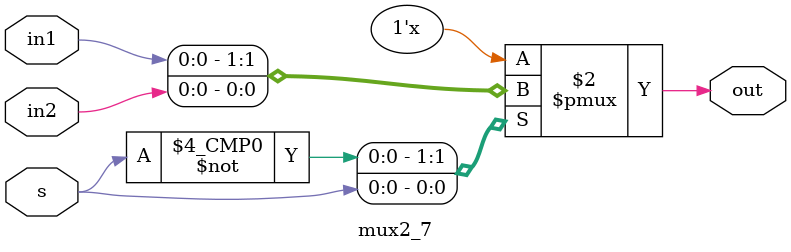
<source format=v>
module mux2(in1,in2,s,out);
	input in1, in2, s;
	output out;
	
	not (sn, s);
	and (a0, in1, sn);
	and (a1, in2, s);
	or (out, a0, a1);
	
endmodule

module mux2_2(in1,in2,s,out);
	input in1, in2, s;
	output out;
	
	and (a0, in1, ~s);
	and (a1, in2, s);
	or (out, a0, a1);
	
endmodule

module mux2_3(in1,in2,s,out);
	input in1, in2, s;
	output out;
	
	and (a0, in1, ~s),
	(a1, in2, s);
	or (out, a0, a1);

endmodule

module mux2_4(in1,in2,s,out);
	input in1, in2, s;
	output out;
	
	assign out = (in1&~s) | (in2&s) ;
	
endmodule

module mux2_5(in1,in2,s,out);
	input in1, in2, s;
	output out;
	
	assign out = (s==0)?in1:in2;
	
endmodule

module mux2_6(in1,in2,s,out);
	input in1, in2, s;
	output reg out;
	
	always@(*) begin
		if (s == 0)
		out = in1;
		else
		out = in2;
	end
	
endmodule

module mux2_7(in1,in2,s,out);
	input in1, in2, s;
	output reg out;
	
	always@(*) begin
		case(s)
			0: out =in1;
			1: out =in2;
		endcase
	end
	
endmodule

</source>
